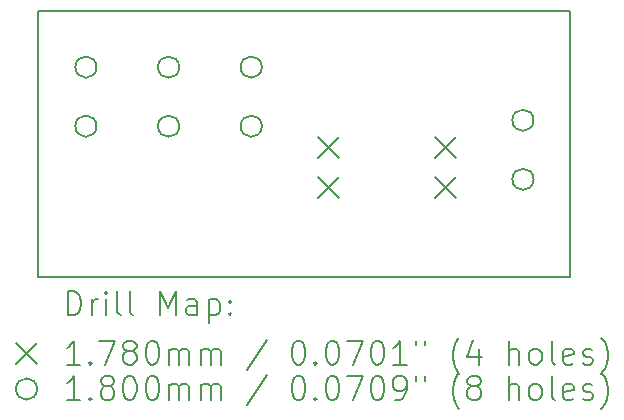
<source format=gbr>
%TF.GenerationSoftware,KiCad,Pcbnew,8.0.5*%
%TF.CreationDate,2024-12-06T12:49:14-05:00*%
%TF.ProjectId,RailsidePDB,5261696c-7369-4646-9550-44422e6b6963,rev?*%
%TF.SameCoordinates,Original*%
%TF.FileFunction,Drillmap*%
%TF.FilePolarity,Positive*%
%FSLAX45Y45*%
G04 Gerber Fmt 4.5, Leading zero omitted, Abs format (unit mm)*
G04 Created by KiCad (PCBNEW 8.0.5) date 2024-12-06 12:49:14*
%MOMM*%
%LPD*%
G01*
G04 APERTURE LIST*
%ADD10C,0.200000*%
%ADD11C,0.178000*%
%ADD12C,0.180000*%
G04 APERTURE END LIST*
D10*
X6747500Y-6177500D02*
X11247500Y-6177500D01*
X11247500Y-8427500D01*
X6747500Y-8427500D01*
X6747500Y-6177500D01*
D11*
X9115000Y-7241000D02*
X9293000Y-7419000D01*
X9293000Y-7241000D02*
X9115000Y-7419000D01*
X9115000Y-7581000D02*
X9293000Y-7759000D01*
X9293000Y-7581000D02*
X9115000Y-7759000D01*
X10107000Y-7241000D02*
X10285000Y-7419000D01*
X10285000Y-7241000D02*
X10107000Y-7419000D01*
X10107000Y-7581000D02*
X10285000Y-7759000D01*
X10285000Y-7581000D02*
X10107000Y-7759000D01*
D12*
X7240000Y-6650000D02*
G75*
G02*
X7060000Y-6650000I-90000J0D01*
G01*
X7060000Y-6650000D02*
G75*
G02*
X7240000Y-6650000I90000J0D01*
G01*
X7240000Y-7150000D02*
G75*
G02*
X7060000Y-7150000I-90000J0D01*
G01*
X7060000Y-7150000D02*
G75*
G02*
X7240000Y-7150000I90000J0D01*
G01*
X7940000Y-6650000D02*
G75*
G02*
X7760000Y-6650000I-90000J0D01*
G01*
X7760000Y-6650000D02*
G75*
G02*
X7940000Y-6650000I90000J0D01*
G01*
X7940000Y-7150000D02*
G75*
G02*
X7760000Y-7150000I-90000J0D01*
G01*
X7760000Y-7150000D02*
G75*
G02*
X7940000Y-7150000I90000J0D01*
G01*
X8640000Y-6650000D02*
G75*
G02*
X8460000Y-6650000I-90000J0D01*
G01*
X8460000Y-6650000D02*
G75*
G02*
X8640000Y-6650000I90000J0D01*
G01*
X8640000Y-7150000D02*
G75*
G02*
X8460000Y-7150000I-90000J0D01*
G01*
X8460000Y-7150000D02*
G75*
G02*
X8640000Y-7150000I90000J0D01*
G01*
X10940000Y-7100000D02*
G75*
G02*
X10760000Y-7100000I-90000J0D01*
G01*
X10760000Y-7100000D02*
G75*
G02*
X10940000Y-7100000I90000J0D01*
G01*
X10940000Y-7600000D02*
G75*
G02*
X10760000Y-7600000I-90000J0D01*
G01*
X10760000Y-7600000D02*
G75*
G02*
X10940000Y-7600000I90000J0D01*
G01*
D10*
X6998277Y-8748984D02*
X6998277Y-8548984D01*
X6998277Y-8548984D02*
X7045896Y-8548984D01*
X7045896Y-8548984D02*
X7074467Y-8558508D01*
X7074467Y-8558508D02*
X7093515Y-8577555D01*
X7093515Y-8577555D02*
X7103039Y-8596603D01*
X7103039Y-8596603D02*
X7112562Y-8634698D01*
X7112562Y-8634698D02*
X7112562Y-8663270D01*
X7112562Y-8663270D02*
X7103039Y-8701365D01*
X7103039Y-8701365D02*
X7093515Y-8720412D01*
X7093515Y-8720412D02*
X7074467Y-8739460D01*
X7074467Y-8739460D02*
X7045896Y-8748984D01*
X7045896Y-8748984D02*
X6998277Y-8748984D01*
X7198277Y-8748984D02*
X7198277Y-8615650D01*
X7198277Y-8653746D02*
X7207801Y-8634698D01*
X7207801Y-8634698D02*
X7217324Y-8625174D01*
X7217324Y-8625174D02*
X7236372Y-8615650D01*
X7236372Y-8615650D02*
X7255420Y-8615650D01*
X7322086Y-8748984D02*
X7322086Y-8615650D01*
X7322086Y-8548984D02*
X7312562Y-8558508D01*
X7312562Y-8558508D02*
X7322086Y-8568031D01*
X7322086Y-8568031D02*
X7331610Y-8558508D01*
X7331610Y-8558508D02*
X7322086Y-8548984D01*
X7322086Y-8548984D02*
X7322086Y-8568031D01*
X7445896Y-8748984D02*
X7426848Y-8739460D01*
X7426848Y-8739460D02*
X7417324Y-8720412D01*
X7417324Y-8720412D02*
X7417324Y-8548984D01*
X7550658Y-8748984D02*
X7531610Y-8739460D01*
X7531610Y-8739460D02*
X7522086Y-8720412D01*
X7522086Y-8720412D02*
X7522086Y-8548984D01*
X7779229Y-8748984D02*
X7779229Y-8548984D01*
X7779229Y-8548984D02*
X7845896Y-8691841D01*
X7845896Y-8691841D02*
X7912562Y-8548984D01*
X7912562Y-8548984D02*
X7912562Y-8748984D01*
X8093515Y-8748984D02*
X8093515Y-8644222D01*
X8093515Y-8644222D02*
X8083991Y-8625174D01*
X8083991Y-8625174D02*
X8064943Y-8615650D01*
X8064943Y-8615650D02*
X8026848Y-8615650D01*
X8026848Y-8615650D02*
X8007801Y-8625174D01*
X8093515Y-8739460D02*
X8074467Y-8748984D01*
X8074467Y-8748984D02*
X8026848Y-8748984D01*
X8026848Y-8748984D02*
X8007801Y-8739460D01*
X8007801Y-8739460D02*
X7998277Y-8720412D01*
X7998277Y-8720412D02*
X7998277Y-8701365D01*
X7998277Y-8701365D02*
X8007801Y-8682317D01*
X8007801Y-8682317D02*
X8026848Y-8672793D01*
X8026848Y-8672793D02*
X8074467Y-8672793D01*
X8074467Y-8672793D02*
X8093515Y-8663270D01*
X8188753Y-8615650D02*
X8188753Y-8815650D01*
X8188753Y-8625174D02*
X8207801Y-8615650D01*
X8207801Y-8615650D02*
X8245896Y-8615650D01*
X8245896Y-8615650D02*
X8264943Y-8625174D01*
X8264943Y-8625174D02*
X8274467Y-8634698D01*
X8274467Y-8634698D02*
X8283991Y-8653746D01*
X8283991Y-8653746D02*
X8283991Y-8710889D01*
X8283991Y-8710889D02*
X8274467Y-8729936D01*
X8274467Y-8729936D02*
X8264943Y-8739460D01*
X8264943Y-8739460D02*
X8245896Y-8748984D01*
X8245896Y-8748984D02*
X8207801Y-8748984D01*
X8207801Y-8748984D02*
X8188753Y-8739460D01*
X8369705Y-8729936D02*
X8379229Y-8739460D01*
X8379229Y-8739460D02*
X8369705Y-8748984D01*
X8369705Y-8748984D02*
X8360182Y-8739460D01*
X8360182Y-8739460D02*
X8369705Y-8729936D01*
X8369705Y-8729936D02*
X8369705Y-8748984D01*
X8369705Y-8625174D02*
X8379229Y-8634698D01*
X8379229Y-8634698D02*
X8369705Y-8644222D01*
X8369705Y-8644222D02*
X8360182Y-8634698D01*
X8360182Y-8634698D02*
X8369705Y-8625174D01*
X8369705Y-8625174D02*
X8369705Y-8644222D01*
D11*
X6559500Y-8988500D02*
X6737500Y-9166500D01*
X6737500Y-8988500D02*
X6559500Y-9166500D01*
D10*
X7103039Y-9168984D02*
X6988753Y-9168984D01*
X7045896Y-9168984D02*
X7045896Y-8968984D01*
X7045896Y-8968984D02*
X7026848Y-8997555D01*
X7026848Y-8997555D02*
X7007801Y-9016603D01*
X7007801Y-9016603D02*
X6988753Y-9026127D01*
X7188753Y-9149936D02*
X7198277Y-9159460D01*
X7198277Y-9159460D02*
X7188753Y-9168984D01*
X7188753Y-9168984D02*
X7179229Y-9159460D01*
X7179229Y-9159460D02*
X7188753Y-9149936D01*
X7188753Y-9149936D02*
X7188753Y-9168984D01*
X7264943Y-8968984D02*
X7398277Y-8968984D01*
X7398277Y-8968984D02*
X7312562Y-9168984D01*
X7503039Y-9054698D02*
X7483991Y-9045174D01*
X7483991Y-9045174D02*
X7474467Y-9035650D01*
X7474467Y-9035650D02*
X7464943Y-9016603D01*
X7464943Y-9016603D02*
X7464943Y-9007079D01*
X7464943Y-9007079D02*
X7474467Y-8988031D01*
X7474467Y-8988031D02*
X7483991Y-8978508D01*
X7483991Y-8978508D02*
X7503039Y-8968984D01*
X7503039Y-8968984D02*
X7541134Y-8968984D01*
X7541134Y-8968984D02*
X7560182Y-8978508D01*
X7560182Y-8978508D02*
X7569705Y-8988031D01*
X7569705Y-8988031D02*
X7579229Y-9007079D01*
X7579229Y-9007079D02*
X7579229Y-9016603D01*
X7579229Y-9016603D02*
X7569705Y-9035650D01*
X7569705Y-9035650D02*
X7560182Y-9045174D01*
X7560182Y-9045174D02*
X7541134Y-9054698D01*
X7541134Y-9054698D02*
X7503039Y-9054698D01*
X7503039Y-9054698D02*
X7483991Y-9064222D01*
X7483991Y-9064222D02*
X7474467Y-9073746D01*
X7474467Y-9073746D02*
X7464943Y-9092793D01*
X7464943Y-9092793D02*
X7464943Y-9130889D01*
X7464943Y-9130889D02*
X7474467Y-9149936D01*
X7474467Y-9149936D02*
X7483991Y-9159460D01*
X7483991Y-9159460D02*
X7503039Y-9168984D01*
X7503039Y-9168984D02*
X7541134Y-9168984D01*
X7541134Y-9168984D02*
X7560182Y-9159460D01*
X7560182Y-9159460D02*
X7569705Y-9149936D01*
X7569705Y-9149936D02*
X7579229Y-9130889D01*
X7579229Y-9130889D02*
X7579229Y-9092793D01*
X7579229Y-9092793D02*
X7569705Y-9073746D01*
X7569705Y-9073746D02*
X7560182Y-9064222D01*
X7560182Y-9064222D02*
X7541134Y-9054698D01*
X7703039Y-8968984D02*
X7722086Y-8968984D01*
X7722086Y-8968984D02*
X7741134Y-8978508D01*
X7741134Y-8978508D02*
X7750658Y-8988031D01*
X7750658Y-8988031D02*
X7760182Y-9007079D01*
X7760182Y-9007079D02*
X7769705Y-9045174D01*
X7769705Y-9045174D02*
X7769705Y-9092793D01*
X7769705Y-9092793D02*
X7760182Y-9130889D01*
X7760182Y-9130889D02*
X7750658Y-9149936D01*
X7750658Y-9149936D02*
X7741134Y-9159460D01*
X7741134Y-9159460D02*
X7722086Y-9168984D01*
X7722086Y-9168984D02*
X7703039Y-9168984D01*
X7703039Y-9168984D02*
X7683991Y-9159460D01*
X7683991Y-9159460D02*
X7674467Y-9149936D01*
X7674467Y-9149936D02*
X7664943Y-9130889D01*
X7664943Y-9130889D02*
X7655420Y-9092793D01*
X7655420Y-9092793D02*
X7655420Y-9045174D01*
X7655420Y-9045174D02*
X7664943Y-9007079D01*
X7664943Y-9007079D02*
X7674467Y-8988031D01*
X7674467Y-8988031D02*
X7683991Y-8978508D01*
X7683991Y-8978508D02*
X7703039Y-8968984D01*
X7855420Y-9168984D02*
X7855420Y-9035650D01*
X7855420Y-9054698D02*
X7864943Y-9045174D01*
X7864943Y-9045174D02*
X7883991Y-9035650D01*
X7883991Y-9035650D02*
X7912563Y-9035650D01*
X7912563Y-9035650D02*
X7931610Y-9045174D01*
X7931610Y-9045174D02*
X7941134Y-9064222D01*
X7941134Y-9064222D02*
X7941134Y-9168984D01*
X7941134Y-9064222D02*
X7950658Y-9045174D01*
X7950658Y-9045174D02*
X7969705Y-9035650D01*
X7969705Y-9035650D02*
X7998277Y-9035650D01*
X7998277Y-9035650D02*
X8017324Y-9045174D01*
X8017324Y-9045174D02*
X8026848Y-9064222D01*
X8026848Y-9064222D02*
X8026848Y-9168984D01*
X8122086Y-9168984D02*
X8122086Y-9035650D01*
X8122086Y-9054698D02*
X8131610Y-9045174D01*
X8131610Y-9045174D02*
X8150658Y-9035650D01*
X8150658Y-9035650D02*
X8179229Y-9035650D01*
X8179229Y-9035650D02*
X8198277Y-9045174D01*
X8198277Y-9045174D02*
X8207801Y-9064222D01*
X8207801Y-9064222D02*
X8207801Y-9168984D01*
X8207801Y-9064222D02*
X8217324Y-9045174D01*
X8217324Y-9045174D02*
X8236372Y-9035650D01*
X8236372Y-9035650D02*
X8264943Y-9035650D01*
X8264943Y-9035650D02*
X8283991Y-9045174D01*
X8283991Y-9045174D02*
X8293515Y-9064222D01*
X8293515Y-9064222D02*
X8293515Y-9168984D01*
X8683991Y-8959460D02*
X8512563Y-9216603D01*
X8941134Y-8968984D02*
X8960182Y-8968984D01*
X8960182Y-8968984D02*
X8979229Y-8978508D01*
X8979229Y-8978508D02*
X8988753Y-8988031D01*
X8988753Y-8988031D02*
X8998277Y-9007079D01*
X8998277Y-9007079D02*
X9007801Y-9045174D01*
X9007801Y-9045174D02*
X9007801Y-9092793D01*
X9007801Y-9092793D02*
X8998277Y-9130889D01*
X8998277Y-9130889D02*
X8988753Y-9149936D01*
X8988753Y-9149936D02*
X8979229Y-9159460D01*
X8979229Y-9159460D02*
X8960182Y-9168984D01*
X8960182Y-9168984D02*
X8941134Y-9168984D01*
X8941134Y-9168984D02*
X8922087Y-9159460D01*
X8922087Y-9159460D02*
X8912563Y-9149936D01*
X8912563Y-9149936D02*
X8903039Y-9130889D01*
X8903039Y-9130889D02*
X8893515Y-9092793D01*
X8893515Y-9092793D02*
X8893515Y-9045174D01*
X8893515Y-9045174D02*
X8903039Y-9007079D01*
X8903039Y-9007079D02*
X8912563Y-8988031D01*
X8912563Y-8988031D02*
X8922087Y-8978508D01*
X8922087Y-8978508D02*
X8941134Y-8968984D01*
X9093515Y-9149936D02*
X9103039Y-9159460D01*
X9103039Y-9159460D02*
X9093515Y-9168984D01*
X9093515Y-9168984D02*
X9083991Y-9159460D01*
X9083991Y-9159460D02*
X9093515Y-9149936D01*
X9093515Y-9149936D02*
X9093515Y-9168984D01*
X9226848Y-8968984D02*
X9245896Y-8968984D01*
X9245896Y-8968984D02*
X9264944Y-8978508D01*
X9264944Y-8978508D02*
X9274468Y-8988031D01*
X9274468Y-8988031D02*
X9283991Y-9007079D01*
X9283991Y-9007079D02*
X9293515Y-9045174D01*
X9293515Y-9045174D02*
X9293515Y-9092793D01*
X9293515Y-9092793D02*
X9283991Y-9130889D01*
X9283991Y-9130889D02*
X9274468Y-9149936D01*
X9274468Y-9149936D02*
X9264944Y-9159460D01*
X9264944Y-9159460D02*
X9245896Y-9168984D01*
X9245896Y-9168984D02*
X9226848Y-9168984D01*
X9226848Y-9168984D02*
X9207801Y-9159460D01*
X9207801Y-9159460D02*
X9198277Y-9149936D01*
X9198277Y-9149936D02*
X9188753Y-9130889D01*
X9188753Y-9130889D02*
X9179229Y-9092793D01*
X9179229Y-9092793D02*
X9179229Y-9045174D01*
X9179229Y-9045174D02*
X9188753Y-9007079D01*
X9188753Y-9007079D02*
X9198277Y-8988031D01*
X9198277Y-8988031D02*
X9207801Y-8978508D01*
X9207801Y-8978508D02*
X9226848Y-8968984D01*
X9360182Y-8968984D02*
X9493515Y-8968984D01*
X9493515Y-8968984D02*
X9407801Y-9168984D01*
X9607801Y-8968984D02*
X9626849Y-8968984D01*
X9626849Y-8968984D02*
X9645896Y-8978508D01*
X9645896Y-8978508D02*
X9655420Y-8988031D01*
X9655420Y-8988031D02*
X9664944Y-9007079D01*
X9664944Y-9007079D02*
X9674468Y-9045174D01*
X9674468Y-9045174D02*
X9674468Y-9092793D01*
X9674468Y-9092793D02*
X9664944Y-9130889D01*
X9664944Y-9130889D02*
X9655420Y-9149936D01*
X9655420Y-9149936D02*
X9645896Y-9159460D01*
X9645896Y-9159460D02*
X9626849Y-9168984D01*
X9626849Y-9168984D02*
X9607801Y-9168984D01*
X9607801Y-9168984D02*
X9588753Y-9159460D01*
X9588753Y-9159460D02*
X9579229Y-9149936D01*
X9579229Y-9149936D02*
X9569706Y-9130889D01*
X9569706Y-9130889D02*
X9560182Y-9092793D01*
X9560182Y-9092793D02*
X9560182Y-9045174D01*
X9560182Y-9045174D02*
X9569706Y-9007079D01*
X9569706Y-9007079D02*
X9579229Y-8988031D01*
X9579229Y-8988031D02*
X9588753Y-8978508D01*
X9588753Y-8978508D02*
X9607801Y-8968984D01*
X9864944Y-9168984D02*
X9750658Y-9168984D01*
X9807801Y-9168984D02*
X9807801Y-8968984D01*
X9807801Y-8968984D02*
X9788753Y-8997555D01*
X9788753Y-8997555D02*
X9769706Y-9016603D01*
X9769706Y-9016603D02*
X9750658Y-9026127D01*
X9941134Y-8968984D02*
X9941134Y-9007079D01*
X10017325Y-8968984D02*
X10017325Y-9007079D01*
X10312563Y-9245174D02*
X10303039Y-9235650D01*
X10303039Y-9235650D02*
X10283991Y-9207079D01*
X10283991Y-9207079D02*
X10274468Y-9188031D01*
X10274468Y-9188031D02*
X10264944Y-9159460D01*
X10264944Y-9159460D02*
X10255420Y-9111841D01*
X10255420Y-9111841D02*
X10255420Y-9073746D01*
X10255420Y-9073746D02*
X10264944Y-9026127D01*
X10264944Y-9026127D02*
X10274468Y-8997555D01*
X10274468Y-8997555D02*
X10283991Y-8978508D01*
X10283991Y-8978508D02*
X10303039Y-8949936D01*
X10303039Y-8949936D02*
X10312563Y-8940412D01*
X10474468Y-9035650D02*
X10474468Y-9168984D01*
X10426849Y-8959460D02*
X10379230Y-9102317D01*
X10379230Y-9102317D02*
X10503039Y-9102317D01*
X10731611Y-9168984D02*
X10731611Y-8968984D01*
X10817325Y-9168984D02*
X10817325Y-9064222D01*
X10817325Y-9064222D02*
X10807801Y-9045174D01*
X10807801Y-9045174D02*
X10788753Y-9035650D01*
X10788753Y-9035650D02*
X10760182Y-9035650D01*
X10760182Y-9035650D02*
X10741134Y-9045174D01*
X10741134Y-9045174D02*
X10731611Y-9054698D01*
X10941134Y-9168984D02*
X10922087Y-9159460D01*
X10922087Y-9159460D02*
X10912563Y-9149936D01*
X10912563Y-9149936D02*
X10903039Y-9130889D01*
X10903039Y-9130889D02*
X10903039Y-9073746D01*
X10903039Y-9073746D02*
X10912563Y-9054698D01*
X10912563Y-9054698D02*
X10922087Y-9045174D01*
X10922087Y-9045174D02*
X10941134Y-9035650D01*
X10941134Y-9035650D02*
X10969706Y-9035650D01*
X10969706Y-9035650D02*
X10988753Y-9045174D01*
X10988753Y-9045174D02*
X10998277Y-9054698D01*
X10998277Y-9054698D02*
X11007801Y-9073746D01*
X11007801Y-9073746D02*
X11007801Y-9130889D01*
X11007801Y-9130889D02*
X10998277Y-9149936D01*
X10998277Y-9149936D02*
X10988753Y-9159460D01*
X10988753Y-9159460D02*
X10969706Y-9168984D01*
X10969706Y-9168984D02*
X10941134Y-9168984D01*
X11122087Y-9168984D02*
X11103039Y-9159460D01*
X11103039Y-9159460D02*
X11093515Y-9140412D01*
X11093515Y-9140412D02*
X11093515Y-8968984D01*
X11274468Y-9159460D02*
X11255420Y-9168984D01*
X11255420Y-9168984D02*
X11217325Y-9168984D01*
X11217325Y-9168984D02*
X11198277Y-9159460D01*
X11198277Y-9159460D02*
X11188753Y-9140412D01*
X11188753Y-9140412D02*
X11188753Y-9064222D01*
X11188753Y-9064222D02*
X11198277Y-9045174D01*
X11198277Y-9045174D02*
X11217325Y-9035650D01*
X11217325Y-9035650D02*
X11255420Y-9035650D01*
X11255420Y-9035650D02*
X11274468Y-9045174D01*
X11274468Y-9045174D02*
X11283991Y-9064222D01*
X11283991Y-9064222D02*
X11283991Y-9083270D01*
X11283991Y-9083270D02*
X11188753Y-9102317D01*
X11360182Y-9159460D02*
X11379230Y-9168984D01*
X11379230Y-9168984D02*
X11417325Y-9168984D01*
X11417325Y-9168984D02*
X11436372Y-9159460D01*
X11436372Y-9159460D02*
X11445896Y-9140412D01*
X11445896Y-9140412D02*
X11445896Y-9130889D01*
X11445896Y-9130889D02*
X11436372Y-9111841D01*
X11436372Y-9111841D02*
X11417325Y-9102317D01*
X11417325Y-9102317D02*
X11388753Y-9102317D01*
X11388753Y-9102317D02*
X11369706Y-9092793D01*
X11369706Y-9092793D02*
X11360182Y-9073746D01*
X11360182Y-9073746D02*
X11360182Y-9064222D01*
X11360182Y-9064222D02*
X11369706Y-9045174D01*
X11369706Y-9045174D02*
X11388753Y-9035650D01*
X11388753Y-9035650D02*
X11417325Y-9035650D01*
X11417325Y-9035650D02*
X11436372Y-9045174D01*
X11512563Y-9245174D02*
X11522087Y-9235650D01*
X11522087Y-9235650D02*
X11541134Y-9207079D01*
X11541134Y-9207079D02*
X11550658Y-9188031D01*
X11550658Y-9188031D02*
X11560182Y-9159460D01*
X11560182Y-9159460D02*
X11569706Y-9111841D01*
X11569706Y-9111841D02*
X11569706Y-9073746D01*
X11569706Y-9073746D02*
X11560182Y-9026127D01*
X11560182Y-9026127D02*
X11550658Y-8997555D01*
X11550658Y-8997555D02*
X11541134Y-8978508D01*
X11541134Y-8978508D02*
X11522087Y-8949936D01*
X11522087Y-8949936D02*
X11512563Y-8940412D01*
D12*
X6737500Y-9375500D02*
G75*
G02*
X6557500Y-9375500I-90000J0D01*
G01*
X6557500Y-9375500D02*
G75*
G02*
X6737500Y-9375500I90000J0D01*
G01*
D10*
X7103039Y-9466984D02*
X6988753Y-9466984D01*
X7045896Y-9466984D02*
X7045896Y-9266984D01*
X7045896Y-9266984D02*
X7026848Y-9295555D01*
X7026848Y-9295555D02*
X7007801Y-9314603D01*
X7007801Y-9314603D02*
X6988753Y-9324127D01*
X7188753Y-9447936D02*
X7198277Y-9457460D01*
X7198277Y-9457460D02*
X7188753Y-9466984D01*
X7188753Y-9466984D02*
X7179229Y-9457460D01*
X7179229Y-9457460D02*
X7188753Y-9447936D01*
X7188753Y-9447936D02*
X7188753Y-9466984D01*
X7312562Y-9352698D02*
X7293515Y-9343174D01*
X7293515Y-9343174D02*
X7283991Y-9333650D01*
X7283991Y-9333650D02*
X7274467Y-9314603D01*
X7274467Y-9314603D02*
X7274467Y-9305079D01*
X7274467Y-9305079D02*
X7283991Y-9286031D01*
X7283991Y-9286031D02*
X7293515Y-9276508D01*
X7293515Y-9276508D02*
X7312562Y-9266984D01*
X7312562Y-9266984D02*
X7350658Y-9266984D01*
X7350658Y-9266984D02*
X7369705Y-9276508D01*
X7369705Y-9276508D02*
X7379229Y-9286031D01*
X7379229Y-9286031D02*
X7388753Y-9305079D01*
X7388753Y-9305079D02*
X7388753Y-9314603D01*
X7388753Y-9314603D02*
X7379229Y-9333650D01*
X7379229Y-9333650D02*
X7369705Y-9343174D01*
X7369705Y-9343174D02*
X7350658Y-9352698D01*
X7350658Y-9352698D02*
X7312562Y-9352698D01*
X7312562Y-9352698D02*
X7293515Y-9362222D01*
X7293515Y-9362222D02*
X7283991Y-9371746D01*
X7283991Y-9371746D02*
X7274467Y-9390793D01*
X7274467Y-9390793D02*
X7274467Y-9428889D01*
X7274467Y-9428889D02*
X7283991Y-9447936D01*
X7283991Y-9447936D02*
X7293515Y-9457460D01*
X7293515Y-9457460D02*
X7312562Y-9466984D01*
X7312562Y-9466984D02*
X7350658Y-9466984D01*
X7350658Y-9466984D02*
X7369705Y-9457460D01*
X7369705Y-9457460D02*
X7379229Y-9447936D01*
X7379229Y-9447936D02*
X7388753Y-9428889D01*
X7388753Y-9428889D02*
X7388753Y-9390793D01*
X7388753Y-9390793D02*
X7379229Y-9371746D01*
X7379229Y-9371746D02*
X7369705Y-9362222D01*
X7369705Y-9362222D02*
X7350658Y-9352698D01*
X7512562Y-9266984D02*
X7531610Y-9266984D01*
X7531610Y-9266984D02*
X7550658Y-9276508D01*
X7550658Y-9276508D02*
X7560182Y-9286031D01*
X7560182Y-9286031D02*
X7569705Y-9305079D01*
X7569705Y-9305079D02*
X7579229Y-9343174D01*
X7579229Y-9343174D02*
X7579229Y-9390793D01*
X7579229Y-9390793D02*
X7569705Y-9428889D01*
X7569705Y-9428889D02*
X7560182Y-9447936D01*
X7560182Y-9447936D02*
X7550658Y-9457460D01*
X7550658Y-9457460D02*
X7531610Y-9466984D01*
X7531610Y-9466984D02*
X7512562Y-9466984D01*
X7512562Y-9466984D02*
X7493515Y-9457460D01*
X7493515Y-9457460D02*
X7483991Y-9447936D01*
X7483991Y-9447936D02*
X7474467Y-9428889D01*
X7474467Y-9428889D02*
X7464943Y-9390793D01*
X7464943Y-9390793D02*
X7464943Y-9343174D01*
X7464943Y-9343174D02*
X7474467Y-9305079D01*
X7474467Y-9305079D02*
X7483991Y-9286031D01*
X7483991Y-9286031D02*
X7493515Y-9276508D01*
X7493515Y-9276508D02*
X7512562Y-9266984D01*
X7703039Y-9266984D02*
X7722086Y-9266984D01*
X7722086Y-9266984D02*
X7741134Y-9276508D01*
X7741134Y-9276508D02*
X7750658Y-9286031D01*
X7750658Y-9286031D02*
X7760182Y-9305079D01*
X7760182Y-9305079D02*
X7769705Y-9343174D01*
X7769705Y-9343174D02*
X7769705Y-9390793D01*
X7769705Y-9390793D02*
X7760182Y-9428889D01*
X7760182Y-9428889D02*
X7750658Y-9447936D01*
X7750658Y-9447936D02*
X7741134Y-9457460D01*
X7741134Y-9457460D02*
X7722086Y-9466984D01*
X7722086Y-9466984D02*
X7703039Y-9466984D01*
X7703039Y-9466984D02*
X7683991Y-9457460D01*
X7683991Y-9457460D02*
X7674467Y-9447936D01*
X7674467Y-9447936D02*
X7664943Y-9428889D01*
X7664943Y-9428889D02*
X7655420Y-9390793D01*
X7655420Y-9390793D02*
X7655420Y-9343174D01*
X7655420Y-9343174D02*
X7664943Y-9305079D01*
X7664943Y-9305079D02*
X7674467Y-9286031D01*
X7674467Y-9286031D02*
X7683991Y-9276508D01*
X7683991Y-9276508D02*
X7703039Y-9266984D01*
X7855420Y-9466984D02*
X7855420Y-9333650D01*
X7855420Y-9352698D02*
X7864943Y-9343174D01*
X7864943Y-9343174D02*
X7883991Y-9333650D01*
X7883991Y-9333650D02*
X7912563Y-9333650D01*
X7912563Y-9333650D02*
X7931610Y-9343174D01*
X7931610Y-9343174D02*
X7941134Y-9362222D01*
X7941134Y-9362222D02*
X7941134Y-9466984D01*
X7941134Y-9362222D02*
X7950658Y-9343174D01*
X7950658Y-9343174D02*
X7969705Y-9333650D01*
X7969705Y-9333650D02*
X7998277Y-9333650D01*
X7998277Y-9333650D02*
X8017324Y-9343174D01*
X8017324Y-9343174D02*
X8026848Y-9362222D01*
X8026848Y-9362222D02*
X8026848Y-9466984D01*
X8122086Y-9466984D02*
X8122086Y-9333650D01*
X8122086Y-9352698D02*
X8131610Y-9343174D01*
X8131610Y-9343174D02*
X8150658Y-9333650D01*
X8150658Y-9333650D02*
X8179229Y-9333650D01*
X8179229Y-9333650D02*
X8198277Y-9343174D01*
X8198277Y-9343174D02*
X8207801Y-9362222D01*
X8207801Y-9362222D02*
X8207801Y-9466984D01*
X8207801Y-9362222D02*
X8217324Y-9343174D01*
X8217324Y-9343174D02*
X8236372Y-9333650D01*
X8236372Y-9333650D02*
X8264943Y-9333650D01*
X8264943Y-9333650D02*
X8283991Y-9343174D01*
X8283991Y-9343174D02*
X8293515Y-9362222D01*
X8293515Y-9362222D02*
X8293515Y-9466984D01*
X8683991Y-9257460D02*
X8512563Y-9514603D01*
X8941134Y-9266984D02*
X8960182Y-9266984D01*
X8960182Y-9266984D02*
X8979229Y-9276508D01*
X8979229Y-9276508D02*
X8988753Y-9286031D01*
X8988753Y-9286031D02*
X8998277Y-9305079D01*
X8998277Y-9305079D02*
X9007801Y-9343174D01*
X9007801Y-9343174D02*
X9007801Y-9390793D01*
X9007801Y-9390793D02*
X8998277Y-9428889D01*
X8998277Y-9428889D02*
X8988753Y-9447936D01*
X8988753Y-9447936D02*
X8979229Y-9457460D01*
X8979229Y-9457460D02*
X8960182Y-9466984D01*
X8960182Y-9466984D02*
X8941134Y-9466984D01*
X8941134Y-9466984D02*
X8922087Y-9457460D01*
X8922087Y-9457460D02*
X8912563Y-9447936D01*
X8912563Y-9447936D02*
X8903039Y-9428889D01*
X8903039Y-9428889D02*
X8893515Y-9390793D01*
X8893515Y-9390793D02*
X8893515Y-9343174D01*
X8893515Y-9343174D02*
X8903039Y-9305079D01*
X8903039Y-9305079D02*
X8912563Y-9286031D01*
X8912563Y-9286031D02*
X8922087Y-9276508D01*
X8922087Y-9276508D02*
X8941134Y-9266984D01*
X9093515Y-9447936D02*
X9103039Y-9457460D01*
X9103039Y-9457460D02*
X9093515Y-9466984D01*
X9093515Y-9466984D02*
X9083991Y-9457460D01*
X9083991Y-9457460D02*
X9093515Y-9447936D01*
X9093515Y-9447936D02*
X9093515Y-9466984D01*
X9226848Y-9266984D02*
X9245896Y-9266984D01*
X9245896Y-9266984D02*
X9264944Y-9276508D01*
X9264944Y-9276508D02*
X9274468Y-9286031D01*
X9274468Y-9286031D02*
X9283991Y-9305079D01*
X9283991Y-9305079D02*
X9293515Y-9343174D01*
X9293515Y-9343174D02*
X9293515Y-9390793D01*
X9293515Y-9390793D02*
X9283991Y-9428889D01*
X9283991Y-9428889D02*
X9274468Y-9447936D01*
X9274468Y-9447936D02*
X9264944Y-9457460D01*
X9264944Y-9457460D02*
X9245896Y-9466984D01*
X9245896Y-9466984D02*
X9226848Y-9466984D01*
X9226848Y-9466984D02*
X9207801Y-9457460D01*
X9207801Y-9457460D02*
X9198277Y-9447936D01*
X9198277Y-9447936D02*
X9188753Y-9428889D01*
X9188753Y-9428889D02*
X9179229Y-9390793D01*
X9179229Y-9390793D02*
X9179229Y-9343174D01*
X9179229Y-9343174D02*
X9188753Y-9305079D01*
X9188753Y-9305079D02*
X9198277Y-9286031D01*
X9198277Y-9286031D02*
X9207801Y-9276508D01*
X9207801Y-9276508D02*
X9226848Y-9266984D01*
X9360182Y-9266984D02*
X9493515Y-9266984D01*
X9493515Y-9266984D02*
X9407801Y-9466984D01*
X9607801Y-9266984D02*
X9626849Y-9266984D01*
X9626849Y-9266984D02*
X9645896Y-9276508D01*
X9645896Y-9276508D02*
X9655420Y-9286031D01*
X9655420Y-9286031D02*
X9664944Y-9305079D01*
X9664944Y-9305079D02*
X9674468Y-9343174D01*
X9674468Y-9343174D02*
X9674468Y-9390793D01*
X9674468Y-9390793D02*
X9664944Y-9428889D01*
X9664944Y-9428889D02*
X9655420Y-9447936D01*
X9655420Y-9447936D02*
X9645896Y-9457460D01*
X9645896Y-9457460D02*
X9626849Y-9466984D01*
X9626849Y-9466984D02*
X9607801Y-9466984D01*
X9607801Y-9466984D02*
X9588753Y-9457460D01*
X9588753Y-9457460D02*
X9579229Y-9447936D01*
X9579229Y-9447936D02*
X9569706Y-9428889D01*
X9569706Y-9428889D02*
X9560182Y-9390793D01*
X9560182Y-9390793D02*
X9560182Y-9343174D01*
X9560182Y-9343174D02*
X9569706Y-9305079D01*
X9569706Y-9305079D02*
X9579229Y-9286031D01*
X9579229Y-9286031D02*
X9588753Y-9276508D01*
X9588753Y-9276508D02*
X9607801Y-9266984D01*
X9769706Y-9466984D02*
X9807801Y-9466984D01*
X9807801Y-9466984D02*
X9826849Y-9457460D01*
X9826849Y-9457460D02*
X9836372Y-9447936D01*
X9836372Y-9447936D02*
X9855420Y-9419365D01*
X9855420Y-9419365D02*
X9864944Y-9381270D01*
X9864944Y-9381270D02*
X9864944Y-9305079D01*
X9864944Y-9305079D02*
X9855420Y-9286031D01*
X9855420Y-9286031D02*
X9845896Y-9276508D01*
X9845896Y-9276508D02*
X9826849Y-9266984D01*
X9826849Y-9266984D02*
X9788753Y-9266984D01*
X9788753Y-9266984D02*
X9769706Y-9276508D01*
X9769706Y-9276508D02*
X9760182Y-9286031D01*
X9760182Y-9286031D02*
X9750658Y-9305079D01*
X9750658Y-9305079D02*
X9750658Y-9352698D01*
X9750658Y-9352698D02*
X9760182Y-9371746D01*
X9760182Y-9371746D02*
X9769706Y-9381270D01*
X9769706Y-9381270D02*
X9788753Y-9390793D01*
X9788753Y-9390793D02*
X9826849Y-9390793D01*
X9826849Y-9390793D02*
X9845896Y-9381270D01*
X9845896Y-9381270D02*
X9855420Y-9371746D01*
X9855420Y-9371746D02*
X9864944Y-9352698D01*
X9941134Y-9266984D02*
X9941134Y-9305079D01*
X10017325Y-9266984D02*
X10017325Y-9305079D01*
X10312563Y-9543174D02*
X10303039Y-9533650D01*
X10303039Y-9533650D02*
X10283991Y-9505079D01*
X10283991Y-9505079D02*
X10274468Y-9486031D01*
X10274468Y-9486031D02*
X10264944Y-9457460D01*
X10264944Y-9457460D02*
X10255420Y-9409841D01*
X10255420Y-9409841D02*
X10255420Y-9371746D01*
X10255420Y-9371746D02*
X10264944Y-9324127D01*
X10264944Y-9324127D02*
X10274468Y-9295555D01*
X10274468Y-9295555D02*
X10283991Y-9276508D01*
X10283991Y-9276508D02*
X10303039Y-9247936D01*
X10303039Y-9247936D02*
X10312563Y-9238412D01*
X10417325Y-9352698D02*
X10398277Y-9343174D01*
X10398277Y-9343174D02*
X10388753Y-9333650D01*
X10388753Y-9333650D02*
X10379230Y-9314603D01*
X10379230Y-9314603D02*
X10379230Y-9305079D01*
X10379230Y-9305079D02*
X10388753Y-9286031D01*
X10388753Y-9286031D02*
X10398277Y-9276508D01*
X10398277Y-9276508D02*
X10417325Y-9266984D01*
X10417325Y-9266984D02*
X10455420Y-9266984D01*
X10455420Y-9266984D02*
X10474468Y-9276508D01*
X10474468Y-9276508D02*
X10483991Y-9286031D01*
X10483991Y-9286031D02*
X10493515Y-9305079D01*
X10493515Y-9305079D02*
X10493515Y-9314603D01*
X10493515Y-9314603D02*
X10483991Y-9333650D01*
X10483991Y-9333650D02*
X10474468Y-9343174D01*
X10474468Y-9343174D02*
X10455420Y-9352698D01*
X10455420Y-9352698D02*
X10417325Y-9352698D01*
X10417325Y-9352698D02*
X10398277Y-9362222D01*
X10398277Y-9362222D02*
X10388753Y-9371746D01*
X10388753Y-9371746D02*
X10379230Y-9390793D01*
X10379230Y-9390793D02*
X10379230Y-9428889D01*
X10379230Y-9428889D02*
X10388753Y-9447936D01*
X10388753Y-9447936D02*
X10398277Y-9457460D01*
X10398277Y-9457460D02*
X10417325Y-9466984D01*
X10417325Y-9466984D02*
X10455420Y-9466984D01*
X10455420Y-9466984D02*
X10474468Y-9457460D01*
X10474468Y-9457460D02*
X10483991Y-9447936D01*
X10483991Y-9447936D02*
X10493515Y-9428889D01*
X10493515Y-9428889D02*
X10493515Y-9390793D01*
X10493515Y-9390793D02*
X10483991Y-9371746D01*
X10483991Y-9371746D02*
X10474468Y-9362222D01*
X10474468Y-9362222D02*
X10455420Y-9352698D01*
X10731611Y-9466984D02*
X10731611Y-9266984D01*
X10817325Y-9466984D02*
X10817325Y-9362222D01*
X10817325Y-9362222D02*
X10807801Y-9343174D01*
X10807801Y-9343174D02*
X10788753Y-9333650D01*
X10788753Y-9333650D02*
X10760182Y-9333650D01*
X10760182Y-9333650D02*
X10741134Y-9343174D01*
X10741134Y-9343174D02*
X10731611Y-9352698D01*
X10941134Y-9466984D02*
X10922087Y-9457460D01*
X10922087Y-9457460D02*
X10912563Y-9447936D01*
X10912563Y-9447936D02*
X10903039Y-9428889D01*
X10903039Y-9428889D02*
X10903039Y-9371746D01*
X10903039Y-9371746D02*
X10912563Y-9352698D01*
X10912563Y-9352698D02*
X10922087Y-9343174D01*
X10922087Y-9343174D02*
X10941134Y-9333650D01*
X10941134Y-9333650D02*
X10969706Y-9333650D01*
X10969706Y-9333650D02*
X10988753Y-9343174D01*
X10988753Y-9343174D02*
X10998277Y-9352698D01*
X10998277Y-9352698D02*
X11007801Y-9371746D01*
X11007801Y-9371746D02*
X11007801Y-9428889D01*
X11007801Y-9428889D02*
X10998277Y-9447936D01*
X10998277Y-9447936D02*
X10988753Y-9457460D01*
X10988753Y-9457460D02*
X10969706Y-9466984D01*
X10969706Y-9466984D02*
X10941134Y-9466984D01*
X11122087Y-9466984D02*
X11103039Y-9457460D01*
X11103039Y-9457460D02*
X11093515Y-9438412D01*
X11093515Y-9438412D02*
X11093515Y-9266984D01*
X11274468Y-9457460D02*
X11255420Y-9466984D01*
X11255420Y-9466984D02*
X11217325Y-9466984D01*
X11217325Y-9466984D02*
X11198277Y-9457460D01*
X11198277Y-9457460D02*
X11188753Y-9438412D01*
X11188753Y-9438412D02*
X11188753Y-9362222D01*
X11188753Y-9362222D02*
X11198277Y-9343174D01*
X11198277Y-9343174D02*
X11217325Y-9333650D01*
X11217325Y-9333650D02*
X11255420Y-9333650D01*
X11255420Y-9333650D02*
X11274468Y-9343174D01*
X11274468Y-9343174D02*
X11283991Y-9362222D01*
X11283991Y-9362222D02*
X11283991Y-9381270D01*
X11283991Y-9381270D02*
X11188753Y-9400317D01*
X11360182Y-9457460D02*
X11379230Y-9466984D01*
X11379230Y-9466984D02*
X11417325Y-9466984D01*
X11417325Y-9466984D02*
X11436372Y-9457460D01*
X11436372Y-9457460D02*
X11445896Y-9438412D01*
X11445896Y-9438412D02*
X11445896Y-9428889D01*
X11445896Y-9428889D02*
X11436372Y-9409841D01*
X11436372Y-9409841D02*
X11417325Y-9400317D01*
X11417325Y-9400317D02*
X11388753Y-9400317D01*
X11388753Y-9400317D02*
X11369706Y-9390793D01*
X11369706Y-9390793D02*
X11360182Y-9371746D01*
X11360182Y-9371746D02*
X11360182Y-9362222D01*
X11360182Y-9362222D02*
X11369706Y-9343174D01*
X11369706Y-9343174D02*
X11388753Y-9333650D01*
X11388753Y-9333650D02*
X11417325Y-9333650D01*
X11417325Y-9333650D02*
X11436372Y-9343174D01*
X11512563Y-9543174D02*
X11522087Y-9533650D01*
X11522087Y-9533650D02*
X11541134Y-9505079D01*
X11541134Y-9505079D02*
X11550658Y-9486031D01*
X11550658Y-9486031D02*
X11560182Y-9457460D01*
X11560182Y-9457460D02*
X11569706Y-9409841D01*
X11569706Y-9409841D02*
X11569706Y-9371746D01*
X11569706Y-9371746D02*
X11560182Y-9324127D01*
X11560182Y-9324127D02*
X11550658Y-9295555D01*
X11550658Y-9295555D02*
X11541134Y-9276508D01*
X11541134Y-9276508D02*
X11522087Y-9247936D01*
X11522087Y-9247936D02*
X11512563Y-9238412D01*
M02*

</source>
